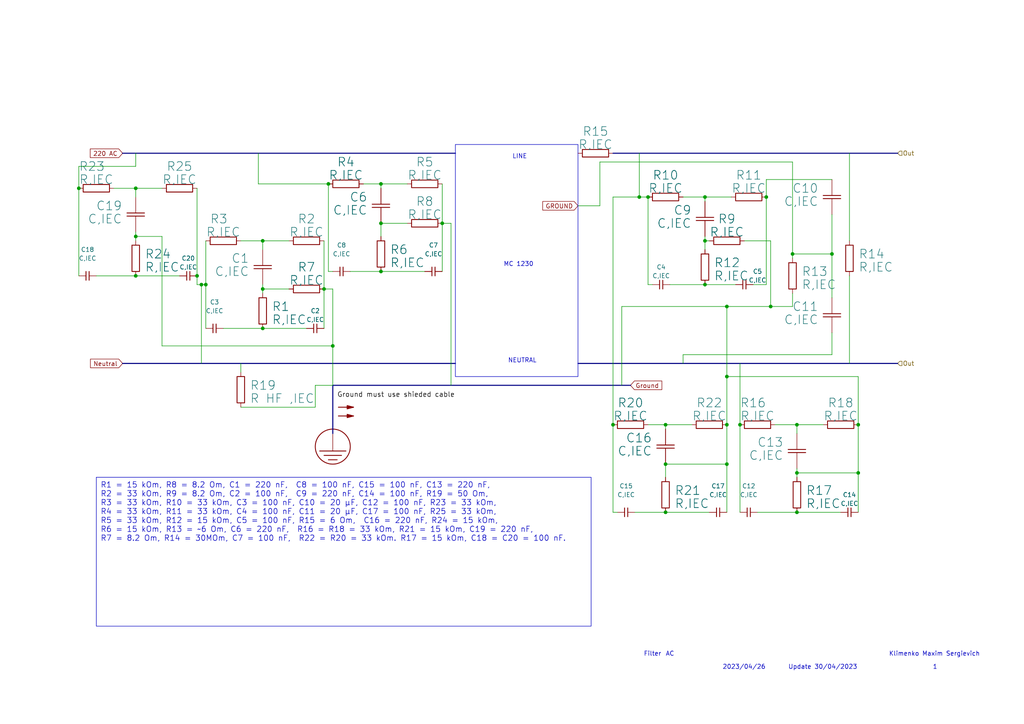
<source format=kicad_sch>
(kicad_sch (version 20230121) (generator eeschema)
  (paper "A4")
  (lib_symbols
    (symbol "PCM_Generic-50:C,IEC" (pin_numbers hide) (pin_names (offset 0) hide)
      (property "Reference" "C" (at 1.27 1.27 0))
      (property "Value" "C,IEC" (at 1.27 -1.27 0))
      (property "Indicator" "+" (at -1.27 1.27 0))
      (symbol "C,IEC_1_1"
        (polyline (pts (xy -1.27 -0.4572) (xy 1.27 -0.4572)) (stroke (width 0.254)))
        (polyline (pts (xy -1.27 0.4572) (xy 1.27 0.4572)) (stroke (width 0.254)))
        (pin passive line (at 0 2.54 270) (length 2.0828) (name "+") (number "1"))
        (pin passive line (at 0 -2.54 90) (length 2.0828) (name "-") (number "2"))
      )
    )
    (symbol "PCM_Generic:C,IEC" (pin_numbers hide) (pin_names (offset 0) hide)
      (property "Reference" "C" (at 2.54 2.54 0))
      (property "Value" "C,IEC" (at 2.54 -2.54 0))
      (property "Indicator" "+" (at -2.54 2.54 0))
      (symbol "C,IEC_1_1"
        (polyline (pts (xy -2.54 -0.4572) (xy 2.54 -0.4572)) (stroke (width 0.254)))
        (polyline (pts (xy -2.54 0.4572) (xy 2.54 0.4572)) (stroke (width 0.254)))
        (pin passive line (at 0 5.08 270) (length 4.6228) (name "+") (number "1"))
        (pin passive line (at 0 -5.08 90) (length 4.6228) (name "-") (number "2"))
      )
    )
    (symbol "PCM_Generic:P,PE" (power) (pin_numbers hide) (pin_names (offset 3.81))
      (symbol "P,PE_1_1"
        (circle (center 0 -3.81) (radius 5.08) (stroke (width 0.254)))
        (polyline (pts (xy -3.81 -5.08) (xy 3.81 -5.08)) (stroke (width 0.254)))
        (polyline (pts (xy -2.54 -6.35) (xy 2.54 -6.35)) (stroke (width 0.254)))
        (polyline (pts (xy -1.27 -7.62) (xy 1.27 -7.62)) (stroke (width 0.254)))
        (polyline (pts (xy 0 0) (xy 0 -5.08)))
        (pin power_in line (at 0 0 0) (length 0) hide (name "PE") (number "0"))
      )
    )
    (symbol "PCM_Generic:R,IEC" (pin_numbers hide) (pin_names (offset 0) hide)
      (property "Reference" "R" (at 2.54 2.54 0))
      (property "Value" "R,IEC" (at 2.54 -2.54 0))
      (symbol "R,IEC_1_1"
        (rectangle (start -1.0922 3.81) (end 1.0922 -3.81) (stroke (width 0.254)))
        (pin passive line (at 0 5.08 270) (length 1.27) (name "+") (number "1"))
        (pin passive line (at 0 -5.08 90) (length 1.27) (name "-") (number "2"))
      )
    )
    (symbol "PCM_Generic:Y-radiation" (pin_numbers hide) (pin_names (offset 0) hide)
      (symbol "Y-radiation_1_1"
        (polyline (pts (xy -2.1844 -1.27) (xy 2.1844 -1.27)) (stroke (width 0.254)))
        (polyline (pts (xy -2.1844 1.27) (xy 2.1844 1.27)) (stroke (width 0.254)))
        (polyline (pts (xy 2.1844 -1.27) (xy 0.3556 -1.7526) (xy 0.3556 -0.7874) (xy 2.1844 -1.27)) (stroke (width 0.254)) (fill (type outline)))
        (polyline (pts (xy 2.1844 1.27) (xy 0.3556 1.7526) (xy 0.3556 0.7874) (xy 2.1844 1.27)) (stroke (width 0.254)) (fill (type outline)))
      )
    )
  )
  (junction (at 222.25 57.15))
  (junction (at 110.49 53.34))
  (junction (at 204.47 69.85))
  (junction (at 185.42 57.15))
  (junction (at 39.37 68.58))
  (junction (at 193.04 148.59))
  (junction (at 229.87 73.66))
  (junction (at 128.27 64.77))
  (junction (at 210.82 123.19))
  (junction (at 231.14 137.16))
  (junction (at 76.2 69.85))
  (junction (at 39.37 54.61))
  (junction (at 204.47 82.55))
  (junction (at 57.15 80.01))
  (junction (at 59.69 82.55))
  (junction (at 214.63 123.19))
  (junction (at 193.04 134.62))
  (junction (at 177.8 123.19))
  (junction (at 95.25 53.34))
  (junction (at 76.2 95.25))
  (junction (at 110.49 64.77))
  (junction (at 210.82 109.22))
  (junction (at 248.92 123.19))
  (junction (at 193.04 123.19))
  (junction (at 248.92 137.16))
  (junction (at 58.42 82.55))
  (junction (at 204.47 57.15))
  (junction (at 210.82 88.9))
  (junction (at 76.2 83.82))
  (junction (at 231.14 123.19))
  (junction (at 110.49 78.74))
  (junction (at 187.96 57.15))
  (junction (at 22.86 54.61))
  (junction (at 241.3 73.66))
  (junction (at 210.82 134.62))
  (junction (at 96.52 100.33))
  (junction (at 223.52 88.9))
  (junction (at 93.98 83.82))
  (junction (at 231.14 148.59))
  (junction (at 39.37 80.01))
  (wire (pts (xy 69.85 69.85) (xy 76.2 69.85)))
  (wire (pts (xy 248.92 109.22) (xy 210.82 109.22)))
  (wire (pts (xy 76.2 69.85) (xy 76.2 72.39)))
  (bus (pts (xy 177.8 44.45) (xy 260.35 44.45)))
  (wire (pts (xy 177.8 123.19) (xy 177.8 148.59)))
  (wire (pts (xy 231.14 137.16) (xy 231.14 138.43)))
  (wire (pts (xy 204.47 69.85) (xy 204.47 72.39)))
  (wire (pts (xy 95.25 53.34) (xy 74.93 53.34)))
  (wire (pts (xy 204.47 57.15) (xy 212.09 57.15)))
  (wire (pts (xy 96.52 78.74) (xy 95.25 78.74)))
  (wire (pts (xy 59.69 69.85) (xy 59.69 82.55)))
  (wire (pts (xy 93.98 69.85) (xy 93.98 83.82)))
  (wire (pts (xy 231.14 148.59) (xy 243.84 148.59)))
  (wire (pts (xy 39.37 54.61) (xy 39.37 57.15)))
  (wire (pts (xy 57.15 54.61) (xy 57.15 80.01)))
  (wire (pts (xy 223.52 88.9) (xy 229.87 88.9)))
  (wire (pts (xy 248.92 137.16) (xy 248.92 148.59)))
  (wire (pts (xy 231.14 135.89) (xy 231.14 137.16)))
  (wire (pts (xy 229.87 73.66) (xy 241.3 73.66)))
  (wire (pts (xy 246.38 80.01) (xy 246.38 105.41)))
  (wire (pts (xy 22.86 48.26) (xy 39.37 48.26)))
  (wire (pts (xy 231.14 123.19) (xy 231.14 125.73)))
  (wire (pts (xy 110.49 78.74) (xy 123.19 78.74)))
  (wire (pts (xy 22.86 54.61) (xy 22.86 48.26)))
  (wire (pts (xy 193.04 134.62) (xy 210.82 134.62)))
  (wire (pts (xy 59.69 82.55) (xy 58.42 82.55)))
  (wire (pts (xy 248.92 109.22) (xy 248.92 123.19)))
  (wire (pts (xy 93.98 83.82) (xy 93.98 95.25)))
  (wire (pts (xy 91.44 111.76) (xy 96.52 111.76)))
  (wire (pts (xy 39.37 68.58) (xy 46.99 68.58)))
  (wire (pts (xy 224.79 123.19) (xy 231.14 123.19)))
  (wire (pts (xy 59.69 82.55) (xy 59.69 95.25)))
  (wire (pts (xy 246.38 44.45) (xy 246.38 69.85)))
  (bus (pts (xy 96.52 111.76) (xy 182.88 111.76)))
  (wire (pts (xy 93.98 83.82) (xy 96.52 83.82)))
  (wire (pts (xy 105.41 53.34) (xy 110.49 53.34)))
  (wire (pts (xy 128.27 64.77) (xy 128.27 78.74)))
  (wire (pts (xy 76.2 83.82) (xy 76.2 85.09)))
  (wire (pts (xy 46.99 68.58) (xy 46.99 100.33)))
  (wire (pts (xy 173.99 59.69) (xy 167.64 59.69)))
  (wire (pts (xy 58.42 82.55) (xy 58.42 105.41)))
  (wire (pts (xy 204.47 68.58) (xy 204.47 69.85)))
  (wire (pts (xy 76.2 69.85) (xy 83.82 69.85)))
  (wire (pts (xy 177.8 57.15) (xy 185.42 57.15)))
  (wire (pts (xy 229.87 46.99) (xy 173.99 46.99)))
  (wire (pts (xy 222.25 57.15) (xy 222.25 52.07)))
  (wire (pts (xy 187.96 123.19) (xy 193.04 123.19)))
  (wire (pts (xy 76.2 95.25) (xy 88.9 95.25)))
  (wire (pts (xy 69.85 105.41) (xy 69.85 107.95)))
  (wire (pts (xy 193.04 148.59) (xy 205.74 148.59)))
  (wire (pts (xy 193.04 123.19) (xy 200.66 123.19)))
  (wire (pts (xy 91.44 118.11) (xy 91.44 111.76)))
  (wire (pts (xy 223.52 69.85) (xy 215.9 69.85)))
  (wire (pts (xy 241.3 102.87) (xy 198.12 102.87)))
  (wire (pts (xy 185.42 44.45) (xy 185.42 57.15)))
  (wire (pts (xy 229.87 88.9) (xy 229.87 85.09)))
  (wire (pts (xy 231.14 137.16) (xy 248.92 137.16)))
  (wire (pts (xy 222.25 52.07) (xy 241.3 52.07)))
  (wire (pts (xy 39.37 54.61) (xy 46.99 54.61)))
  (wire (pts (xy 189.23 82.55) (xy 187.96 82.55)))
  (wire (pts (xy 193.04 123.19) (xy 193.04 124.46)))
  (wire (pts (xy 204.47 82.55) (xy 213.36 82.55)))
  (wire (pts (xy 173.99 46.99) (xy 173.99 59.69)))
  (wire (pts (xy 204.47 57.15) (xy 204.47 58.42)))
  (wire (pts (xy 241.3 96.52) (xy 241.3 102.87)))
  (wire (pts (xy 179.07 148.59) (xy 177.8 148.59)))
  (wire (pts (xy 198.12 57.15) (xy 204.47 57.15)))
  (bus (pts (xy 167.64 105.41) (xy 260.35 105.41)))
  (wire (pts (xy 180.34 88.9) (xy 210.82 88.9)))
  (wire (pts (xy 74.93 44.45) (xy 74.93 53.34)))
  (wire (pts (xy 184.15 148.59) (xy 193.04 148.59)))
  (wire (pts (xy 96.52 100.33) (xy 96.52 111.76)))
  (wire (pts (xy 210.82 134.62) (xy 210.82 148.59)))
  (wire (pts (xy 76.2 82.55) (xy 76.2 83.82)))
  (wire (pts (xy 187.96 57.15) (xy 187.96 82.55)))
  (wire (pts (xy 101.6 78.74) (xy 110.49 78.74)))
  (wire (pts (xy 128.27 53.34) (xy 128.27 64.77)))
  (bus (pts (xy 96.52 111.76) (xy 96.52 125.73)))
  (wire (pts (xy 57.15 82.55) (xy 58.42 82.55)))
  (wire (pts (xy 193.04 134.62) (xy 193.04 138.43)))
  (wire (pts (xy 39.37 80.01) (xy 52.07 80.01)))
  (wire (pts (xy 39.37 68.58) (xy 39.37 69.85)))
  (wire (pts (xy 222.25 57.15) (xy 222.25 82.55)))
  (wire (pts (xy 241.3 62.23) (xy 241.3 73.66)))
  (wire (pts (xy 95.25 53.34) (xy 95.25 78.74)))
  (wire (pts (xy 76.2 83.82) (xy 83.82 83.82)))
  (wire (pts (xy 27.94 80.01) (xy 39.37 80.01)))
  (wire (pts (xy 198.12 102.87) (xy 198.12 105.41)))
  (wire (pts (xy 128.27 64.77) (xy 130.81 64.77)))
  (wire (pts (xy 39.37 44.45) (xy 39.37 48.26)))
  (wire (pts (xy 210.82 88.9) (xy 210.82 109.22)))
  (wire (pts (xy 222.25 82.55) (xy 218.44 82.55)))
  (wire (pts (xy 110.49 53.34) (xy 110.49 54.61)))
  (wire (pts (xy 22.86 54.61) (xy 22.86 80.01)))
  (wire (pts (xy 110.49 64.77) (xy 118.11 64.77)))
  (wire (pts (xy 229.87 46.99) (xy 229.87 73.66)))
  (wire (pts (xy 187.96 57.15) (xy 185.42 57.15)))
  (wire (pts (xy 33.02 54.61) (xy 39.37 54.61)))
  (wire (pts (xy 241.3 73.66) (xy 241.3 86.36)))
  (wire (pts (xy 180.34 88.9) (xy 180.34 111.76)))
  (wire (pts (xy 214.63 123.19) (xy 214.63 105.41)))
  (wire (pts (xy 231.14 123.19) (xy 238.76 123.19)))
  (wire (pts (xy 177.8 123.19) (xy 177.8 57.15)))
  (wire (pts (xy 110.49 64.77) (xy 110.49 68.58)))
  (wire (pts (xy 210.82 109.22) (xy 210.82 123.19)))
  (wire (pts (xy 57.15 80.01) (xy 57.15 82.55)))
  (wire (pts (xy 223.52 69.85) (xy 223.52 88.9)))
  (wire (pts (xy 69.85 118.11) (xy 91.44 118.11)))
  (wire (pts (xy 219.71 148.59) (xy 231.14 148.59)))
  (wire (pts (xy 64.77 95.25) (xy 76.2 95.25)))
  (bus (pts (xy 35.56 44.45) (xy 132.08 44.45)))
  (wire (pts (xy 214.63 123.19) (xy 214.63 148.59)))
  (wire (pts (xy 248.92 123.19) (xy 248.92 137.16)))
  (wire (pts (xy 130.81 64.77) (xy 130.81 111.76)))
  (wire (pts (xy 39.37 67.31) (xy 39.37 68.58)))
  (wire (pts (xy 210.82 123.19) (xy 210.82 134.62)))
  (wire (pts (xy 210.82 88.9) (xy 223.52 88.9)))
  (wire (pts (xy 46.99 100.33) (xy 96.52 100.33)))
  (wire (pts (xy 229.87 74.93) (xy 229.87 73.66)))
  (wire (pts (xy 204.47 69.85) (xy 205.74 69.85)))
  (wire (pts (xy 110.49 53.34) (xy 118.11 53.34)))
  (bus (pts (xy 35.56 105.41) (xy 132.08 105.41)))
  (wire (pts (xy 194.31 82.55) (xy 204.47 82.55)))
  (wire (pts (xy 96.52 83.82) (xy 96.52 100.33)))
  (rectangle (start 132.08 41.91) (end 167.64 109.22))
  (text_box "R1 = 15 kOm, R8 = 8.2 Om, C1 = 220 nF,  C8 = 100 nF, C15 = 100 nF, C13 = 220 nF,\nR2 = 33 kOm, R9 = 8.2 Om, C2 = 100 nF,  C9 = 220 nF, C14 = 100 nF, R19 = 50 Om,\nR3 = 33 kOm, R10 = 33 kOm, C3 = 100 nF, C10 = 20 µF, C12 = 100 nF, R23 = 33 kOm,\nR4 = 33 kOm, R11 = 33 kOm, C4 = 100 nF, C11 = 20 µF, C17 = 100 nF, R25 = 33 kOm,\nR5 = 33 kOm, R12 = 15 kOm, C5 = 100 nF, R15 = 6 Om,  C16 = 220 nF, R24 = 15 kOm,\nR6 = 15 kOm, R13 = ~6 Om, C6 = 220 nF,  R16 = R18 = 33 kOm, R21 = 15 kOm, C19 = 220 nF,\nR7 = 8.2 Om, R14 = 30MOm, C7 = 100 nF,  R22 = R20 = 33 kOm. R17 = 15 kOm, C18 = C20 = 100 nF." (at 27.94 138.43 0) (size 143.51 43.18) (effects (font (size 1.6 1.6)) (justify left top)))
  (text "LINE\n\n" (at 148.59 48.26 0) (effects (font (size 1.27 1.27)) (justify left bottom)))
  (text "Filter" (at 186.69 190.5 0) (effects (font (size 1.27 1.27)) (justify left bottom)))
  (text "2023/04/26" (at 209.55 194.31 0) (effects (font (size 1.27 1.27)) (justify left bottom)))
  (text "Klimenko Maxim Sergievich" (at 257.81 190.5 0) (effects (font (size 1.27 1.27)) (justify left bottom)))
  (text "1" (at 270.51 194.31 0) (effects (font (size 1.27 1.27)) (justify left bottom)))
  (text "NEUTRAL\n" (at 147.32 105.41 0) (effects (font (size 1.27 1.27)) (justify left bottom)))
  (text "AC" (at 193.04 190.5 0) (effects (font (size 1.27 1.27)) (justify left bottom)))
  (text "Update 30/04/2023" (at 228.6 194.31 0) (effects (font (size 1.27 1.27)) (justify left bottom)))
  (text "MC 1230\n" (at 146.05 77.47 0) (effects (font (size 1.27 1.27)) (justify left bottom)))
  (label "Ground must use shieded cable" (at 97.79 115.57 0) (effects (font (size 1.4 1.4))))
  (global_label "220 AC" (shape input) (at 35.56 44.45 180) (property "Intersheetrefs" "${INTERSHEET_REFS}" (effects hide)))
  (global_label "Neutral" (shape input) (at 35.56 105.41 180) (property "Intersheetrefs" "${INTERSHEET_REFS}" (effects hide)))
  (global_label "GROUND" (shape input) (at 167.64 59.69 180) (property "Intersheetrefs" "${INTERSHEET_REFS}" (effects hide)))
  (global_label "Ground" (shape input) (at 182.88 111.76 0) (property "Intersheetrefs" "${INTERSHEET_REFS}" (effects hide)))
  (hierarchical_label "Out" (shape input) (at 260.35 105.41 0))
  (hierarchical_label "Out" (shape input) (at 260.35 44.45 0))
  (symbol (lib_id "PCM_Generic:R,IEC") (at 123.19 64.77 270) (unit 1)
    (property "Reference" "R8" (at 123.19 58.42 90) (effects (font (size 2.54 2.54))))
    (property "Value" "R,IEC" (at 123.19 62.23 90) (effects (font (size 2.54 2.54))))
    (property "Indicator" "+" (effects hide))
  )
  (symbol (lib_id "PCM_Generic:P,PE") (at 96.52 125.73 0) (unit 1)
    (property "Reference" "#PWR02" (effects hide))
    (property "Value" "P,PE" (effects hide))
  )
  (symbol (lib_id "PCM_Generic:R,IEC") (at 76.2 90.17 0) (unit 1)
    (property "Reference" "R1" (at 78.74 88.9 0) (effects (font (size 2.54 2.54)) (justify left)))
    (property "Value" "R,IEC" (at 78.74 92.71 0) (effects (font (size 2.54 2.54)) (justify left)))
    (property "Indicator" "+" (effects hide))
  )
  (symbol (lib_id "PCM_Generic:R,IEC") (at 217.17 57.15 270) (unit 1)
    (property "Reference" "R11" (at 217.17 50.8 90) (effects (font (size 2.54 2.54))))
    (property "Value" "R,IEC" (at 217.17 54.61 90) (effects (font (size 2.54 2.54))))
    (property "Indicator" "+" (effects hide))
  )
  (symbol (lib_id "PCM_Generic-50:C,IEC") (at 125.73 78.74 270) (unit 1)
    (property "Reference" "C7" (at 125.73 71.12 90))
    (property "Value" "C,IEC" (at 125.73 73.66 90))
  )
  (symbol (lib_id "PCM_Generic:C,IEC") (at 241.3 91.44 0) (unit 1)
    (property "Reference" "C11" (at 237.49 88.9 0) (effects (font (size 2.54 2.54)) (justify right)))
    (property "Value" "C,IEC" (at 237.49 92.71 0) (effects (font (size 2.54 2.54)) (justify right)))
  )
  (symbol (lib_id "PCM_Generic-50:C,IEC") (at 191.77 82.55 270) (unit 1)
    (property "Reference" "C4" (at 191.77 77.47 90))
    (property "Value" "C,IEC" (at 191.77 80.01 90))
  )
  (symbol (lib_id "PCM_Generic-50:C,IEC") (at 246.38 148.59 270) (unit 1)
    (property "Reference" "C14" (at 246.38 143.51 90))
    (property "Value" "C,IEC" (at 246.38 146.05 90))
  )
  (symbol (lib_id "PCM_Generic:C,IEC") (at 110.49 59.69 0) (unit 1)
    (property "Reference" "C6" (at 106.68 57.15 0) (effects (font (size 2.54 2.54)) (justify right)))
    (property "Value" "C,IEC" (at 106.68 60.96 0) (effects (font (size 2.54 2.54)) (justify right)))
  )
  (symbol (lib_id "PCM_Generic:R,IEC") (at 219.71 123.19 270) (unit 1)
    (property "Reference" "R16" (at 218.44 116.84 90) (effects (font (size 2.54 2.54))))
    (property "Value" "R,IEC" (at 219.71 120.65 90) (effects (font (size 2.54 2.54))))
    (property "Indicator" "+" (effects hide))
  )
  (symbol (lib_id "PCM_Generic:R,IEC") (at 69.85 113.03 0) (unit 1)
    (property "Reference" "R19" (at 72.39 111.76 0) (effects (font (size 2.54 2.54)) (justify left)))
    (property "Value" "R HF ,IEC" (at 72.39 115.57 0) (effects (font (size 2.54 2.54)) (justify left)))
  )
  (symbol (lib_id "PCM_Generic:R,IEC") (at 110.49 73.66 0) (unit 1)
    (property "Reference" "R6" (at 113.03 72.39 0) (effects (font (size 2.54 2.54)) (justify left)))
    (property "Value" "R,IEC" (at 113.03 76.2 0) (effects (font (size 2.54 2.54)) (justify left)))
    (property "Indicator" "+" (effects hide))
  )
  (symbol (lib_id "PCM_Generic:R,IEC") (at 246.38 74.93 0) (unit 1)
    (property "Reference" "R14" (at 248.92 73.66 0) (effects (font (size 2.54 2.54)) (justify left)))
    (property "Value" "R,IEC" (at 248.92 77.47 0) (effects (font (size 2.54 2.54)) (justify left)))
    (property "Indicator" "+" (effects hide))
  )
  (symbol (lib_id "PCM_Generic:R,IEC") (at 52.07 54.61 270) (unit 1)
    (property "Reference" "R25" (at 52.07 48.26 90) (effects (font (size 2.54 2.54))))
    (property "Value" "R,IEC" (at 52.07 52.07 90) (effects (font (size 2.54 2.54))))
    (property "Indicator" "+" (effects hide))
  )
  (symbol (lib_id "PCM_Generic:R,IEC") (at 205.74 123.19 270) (unit 1)
    (property "Reference" "R22" (at 205.74 116.84 90) (effects (font (size 2.54 2.54))))
    (property "Value" "R,IEC" (at 205.74 120.65 90) (effects (font (size 2.54 2.54))))
    (property "Indicator" "+" (effects hide))
  )
  (symbol (lib_id "PCM_Generic-50:C,IEC") (at 62.23 95.25 270) (unit 1)
    (property "Reference" "C3" (at 62.23 87.63 90))
    (property "Value" "C,IEC" (at 62.23 90.17 90))
  )
  (symbol (lib_id "PCM_Generic:R,IEC") (at 39.37 74.93 0) (unit 1)
    (property "Reference" "R24" (at 41.91 73.66 0) (effects (font (size 2.54 2.54)) (justify left)))
    (property "Value" "R,IEC" (at 41.91 77.47 0) (effects (font (size 2.54 2.54)) (justify left)))
    (property "Indicator" "+" (effects hide))
  )
  (symbol (lib_id "PCM_Generic-50:C,IEC") (at 215.9 82.55 270) (unit 1)
    (property "Reference" "C5" (at 219.71 78.74 90))
    (property "Value" "C,IEC" (at 219.71 81.28 90))
  )
  (symbol (lib_id "PCM_Generic:Y-radiation") (at 100.33 119.38 0) (unit 1)
    (property "Reference" "#SYM1" (effects hide))
    (property "Value" "Y-radiation" (effects hide))
  )
  (symbol (lib_id "PCM_Generic-50:C,IEC") (at 181.61 148.59 270) (unit 1)
    (property "Reference" "C15" (at 181.61 140.97 90))
    (property "Value" "C,IEC" (at 181.61 143.51 90))
  )
  (symbol (lib_id "PCM_Generic:R,IEC") (at 123.19 53.34 270) (unit 1)
    (property "Reference" "R5" (at 123.19 46.99 90) (effects (font (size 2.54 2.54))))
    (property "Value" "R,IEC" (at 123.19 50.8 90) (effects (font (size 2.54 2.54))))
    (property "Indicator" "+" (effects hide))
  )
  (symbol (lib_id "PCM_Generic:R,IEC") (at 27.94 54.61 270) (unit 1)
    (property "Reference" "R23" (at 26.67 48.26 90) (effects (font (size 2.54 2.54))))
    (property "Value" "R,IEC" (at 27.94 52.07 90) (effects (font (size 2.54 2.54))))
    (property "Indicator" "+" (effects hide))
  )
  (symbol (lib_id "PCM_Generic:R,IEC") (at 100.33 53.34 270) (unit 1)
    (property "Reference" "R4" (at 100.33 46.99 90) (effects (font (size 2.54 2.54))))
    (property "Value" "R,IEC" (at 100.33 50.8 90) (effects (font (size 2.54 2.54))))
    (property "Indicator" "+" (effects hide))
  )
  (symbol (lib_id "PCM_Generic:R,IEC") (at 204.47 77.47 0) (unit 1)
    (property "Reference" "R12" (at 207.01 76.2 0) (effects (font (size 2.54 2.54)) (justify left)))
    (property "Value" "R,IEC" (at 207.01 80.01 0) (effects (font (size 2.54 2.54)) (justify left)))
    (property "Indicator" "+" (effects hide))
  )
  (symbol (lib_id "PCM_Generic:R,IEC") (at 88.9 83.82 270) (unit 1)
    (property "Reference" "R7" (at 88.9 77.47 90) (effects (font (size 2.54 2.54))))
    (property "Value" "R,IEC" (at 88.9 81.28 90) (effects (font (size 2.54 2.54))))
    (property "Indicator" "+" (effects hide))
  )
  (symbol (lib_id "PCM_Generic:C,IEC") (at 204.47 63.5 0) (unit 1)
    (property "Reference" "C9" (at 200.66 60.96 0) (effects (font (size 2.54 2.54)) (justify right)))
    (property "Value" "C,IEC" (at 200.66 64.77 0) (effects (font (size 2.54 2.54)) (justify right)))
  )
  (symbol (lib_id "PCM_Generic-50:C,IEC") (at 208.28 148.59 270) (unit 1)
    (property "Reference" "C17" (at 208.28 140.97 90))
    (property "Value" "C,IEC" (at 208.28 143.51 90))
  )
  (symbol (lib_id "PCM_Generic-50:C,IEC") (at 54.61 80.01 270) (unit 1)
    (property "Reference" "C20" (at 54.61 74.93 90))
    (property "Value" "C,IEC" (at 54.61 77.47 90))
  )
  (symbol (lib_id "PCM_Generic-50:C,IEC") (at 99.06 78.74 270) (unit 1)
    (property "Reference" "C8" (at 99.06 71.12 90))
    (property "Value" "C,IEC" (at 99.06 73.66 90))
  )
  (symbol (lib_id "PCM_Generic:C,IEC") (at 193.04 129.54 0) (unit 1)
    (property "Reference" "C16" (at 189.23 127 0) (effects (font (size 2.54 2.54)) (justify right)))
    (property "Value" "C,IEC" (at 189.23 130.81 0) (effects (font (size 2.54 2.54)) (justify right)))
  )
  (symbol (lib_id "PCM_Generic-50:C,IEC") (at 25.4 80.01 270) (unit 1)
    (property "Reference" "C18" (at 25.4 72.39 90))
    (property "Value" "C,IEC" (at 25.4 74.93 90))
  )
  (symbol (lib_id "PCM_Generic:C,IEC") (at 39.37 62.23 0) (unit 1)
    (property "Reference" "C19" (at 35.56 59.69 0) (effects (font (size 2.54 2.54)) (justify right)))
    (property "Value" "C,IEC" (at 35.56 63.5 0) (effects (font (size 2.54 2.54)) (justify right)))
  )
  (symbol (lib_id "PCM_Generic:R,IEC") (at 88.9 69.85 270) (unit 1)
    (property "Reference" "R2" (at 88.9 63.5 90) (effects (font (size 2.54 2.54))))
    (property "Value" "R,IEC" (at 88.9 67.31 90) (effects (font (size 2.54 2.54))))
    (property "Indicator" "+" (effects hide))
  )
  (symbol (lib_id "PCM_Generic:R,IEC") (at 64.77 69.85 270) (unit 1)
    (property "Reference" "R3" (at 63.5 63.5 90) (effects (font (size 2.54 2.54))))
    (property "Value" "R,IEC" (at 64.77 67.31 90) (effects (font (size 2.54 2.54))))
    (property "Indicator" "+" (effects hide))
  )
  (symbol (lib_id "PCM_Generic:R,IEC") (at 193.04 57.15 270) (unit 1)
    (property "Reference" "R10" (at 193.04 50.8 90) (effects (font (size 2.54 2.54))))
    (property "Value" "R,IEC" (at 193.04 54.61 90) (effects (font (size 2.54 2.54))))
    (property "Indicator" "+" (effects hide))
  )
  (symbol (lib_id "PCM_Generic:C,IEC") (at 76.2 77.47 0) (unit 1)
    (property "Reference" "C1" (at 72.39 74.93 0) (effects (font (size 2.54 2.54)) (justify right)))
    (property "Value" "C,IEC" (at 72.39 78.74 0) (effects (font (size 2.54 2.54)) (justify right)))
  )
  (symbol (lib_id "PCM_Generic-50:C,IEC") (at 91.44 95.25 270) (unit 1)
    (property "Reference" "C2" (at 91.44 90.17 90))
    (property "Value" "C,IEC" (at 91.44 92.71 90))
  )
  (symbol (lib_id "PCM_Generic-50:C,IEC") (at 217.17 148.59 270) (unit 1)
    (property "Reference" "C12" (at 217.17 140.97 90))
    (property "Value" "C,IEC" (at 217.17 143.51 90))
  )
  (symbol (lib_id "PCM_Generic:R,IEC") (at 243.84 123.19 270) (unit 1)
    (property "Reference" "R18" (at 243.84 116.84 90) (effects (font (size 2.54 2.54))))
    (property "Value" "R,IEC" (at 243.84 120.65 90) (effects (font (size 2.54 2.54))))
    (property "Indicator" "+" (effects hide))
  )
  (symbol (lib_id "PCM_Generic:R,IEC") (at 229.87 80.01 0) (unit 1)
    (property "Reference" "R13" (at 232.41 78.74 0) (effects (font (size 2.54 2.54)) (justify left)))
    (property "Value" "R,IEC" (at 232.41 82.55 0) (effects (font (size 2.54 2.54)) (justify left)))
    (property "Indicator" "+" (effects hide))
  )
  (symbol (lib_id "PCM_Generic:R,IEC") (at 182.88 123.19 270) (unit 1)
    (property "Reference" "R20" (at 182.88 116.84 90) (effects (font (size 2.54 2.54))))
    (property "Value" "R,IEC" (at 182.88 120.65 90) (effects (font (size 2.54 2.54))))
    (property "Indicator" "+" (effects hide))
  )
  (symbol (lib_id "PCM_Generic:C,IEC") (at 241.3 57.15 180) (unit 1)
    (property "Reference" "C10" (at 237.49 54.61 0) (effects (font (size 2.54 2.54)) (justify left)))
    (property "Value" "C,IEC" (at 237.49 58.42 0) (effects (font (size 2.54 2.54)) (justify left)))
  )
  (symbol (lib_id "PCM_Generic:R,IEC") (at 193.04 143.51 0) (unit 1)
    (property "Reference" "R21" (at 195.58 142.24 0) (effects (font (size 2.54 2.54)) (justify left)))
    (property "Value" "R,IEC" (at 195.58 146.05 0) (effects (font (size 2.54 2.54)) (justify left)))
    (property "Indicator" "+" (effects hide))
  )
  (symbol (lib_id "PCM_Generic:R,IEC") (at 172.72 44.45 270) (unit 1)
    (property "Reference" "R15" (at 172.72 38.1 90) (effects (font (size 2.54 2.54))))
    (property "Value" "R,IEC" (at 172.72 41.91 90) (effects (font (size 2.54 2.54))))
    (property "Indicator" "+" (effects hide))
  )
  (symbol (lib_id "PCM_Generic:R,IEC") (at 210.82 69.85 270) (unit 1)
    (property "Reference" "R9" (at 210.82 63.5 90) (effects (font (size 2.54 2.54))))
    (property "Value" "R,IEC" (at 210.82 67.31 90) (effects (font (size 2.54 2.54))))
    (property "Indicator" "+" (effects hide))
  )
  (symbol (lib_id "PCM_Generic:C,IEC") (at 231.14 130.81 0) (unit 1)
    (property "Reference" "C13" (at 227.33 128.27 0) (effects (font (size 2.54 2.54)) (justify right)))
    (property "Value" "C,IEC" (at 227.33 132.08 0) (effects (font (size 2.54 2.54)) (justify right)))
  )
  (symbol (lib_id "PCM_Generic:R,IEC") (at 231.14 143.51 0) (unit 1)
    (property "Reference" "R17" (at 233.68 142.24 0) (effects (font (size 2.54 2.54)) (justify left)))
    (property "Value" "R,IEC" (at 233.68 146.05 0) (effects (font (size 2.54 2.54)) (justify left)))
    (property "Indicator" "+" (effects hide))
  )
)
</source>
